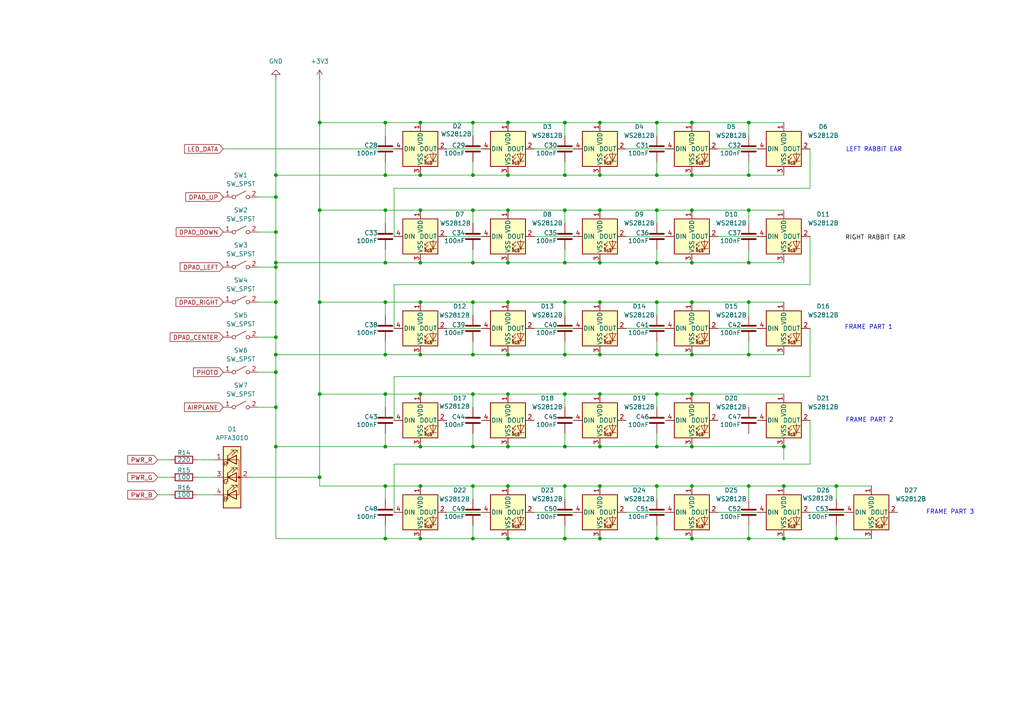
<source format=kicad_sch>
(kicad_sch (version 20250114) (generator "eeschema") (generator_version "9.0")
  (paper "A4")
  (title_block (title "Switches and LEDs") (date "2026-02-09") (rev "0.1") (company "HRV DEFCON SSTV Badge"))
  (lib_symbols
    (symbol "Device:C" (pin_numbers (hide yes)) (pin_names (offset 0.254))
      (property "Reference" "C" (at 0.635 2.54 0))
      (property "Value" "C" (at 0.635 -2.54 0))
      (symbol "C_0_1"
        (polyline (pts (xy -2.032 0.762) (xy 2.032 0.762)) (stroke (width 0.508)))
        (polyline (pts (xy -2.032 -0.762) (xy 2.032 -0.762)) (stroke (width 0.508)))
      )
      (symbol "C_1_1"
        (pin passive line (at 0 3.81 270) (length 2.794) (name "~") (number "1"))
        (pin passive line (at 0 -3.81 90) (length 2.794) (name "~") (number "2"))
      )
    )
    (symbol "Device:R" (pin_numbers (hide yes)) (pin_names (offset 0))
      (property "Reference" "R" (at 2.032 0 90))
      (property "Value" "R" (at 0 0 90))
      (symbol "R_0_1"
        (rectangle (start -1.016 -2.54) (end 1.016 2.54) (stroke (width 0.254)))
      )
      (symbol "R_1_1"
        (pin passive line (at 0 3.81 270) (length 1.27) (name "~") (number "1"))
        (pin passive line (at 0 -3.81 90) (length 1.27) (name "~") (number "2"))
      )
    )
    (symbol "LED:APFA3010" (pin_names (offset 0) (hide yes))
      (property "Reference" "D" (at 0 10.16 0))
      (property "Value" "APFA3010" (at 0 -10.16 0))
      (symbol "APFA3010_0_0"
        (text "R" (at -1.905 3.81 0) (effects (font (size 1.27 1.27))))
        (text "G" (at -1.905 -1.27 0) (effects (font (size 1.27 1.27))))
        (text "B" (at -1.905 -6.35 0) (effects (font (size 1.27 1.27))))
      )
      (symbol "APFA3010_0_1"
        (polyline (pts (xy -2.54 -5.08) (xy 1.27 -5.08)))
        (rectangle (start -2.54 -8.89) (end 2.54 8.89) (stroke (width 0.254)) (fill (type background)))
        (polyline (pts (xy -1.27 6.35) (xy -1.27 3.81)) (stroke (width 0.254)))
        (polyline (pts (xy -1.27 1.27) (xy -1.27 -1.27)) (stroke (width 0.254)))
        (polyline (pts (xy -1.27 -3.81) (xy -1.27 -6.35)) (stroke (width 0.254)))
        (polyline (pts (xy -1.016 6.35) (xy 0.508 7.874) (xy -0.254 7.874) (xy 0.508 7.874) (xy 0.508 7.112)))
        (polyline (pts (xy -1.016 1.27) (xy 0.508 2.794) (xy -0.254 2.794) (xy 0.508 2.794) (xy 0.508 2.032)))
        (polyline (pts (xy -1.016 -3.81) (xy 0.508 -2.286) (xy -0.254 -2.286) (xy 0.508 -2.286) (xy 0.508 -3.048)))
        (polyline (pts (xy 0 6.35) (xy 1.524 7.874) (xy 0.762 7.874) (xy 1.524 7.874) (xy 1.524 7.112)))
        (polyline (pts (xy 0 1.27) (xy 1.524 2.794) (xy 0.762 2.794) (xy 1.524 2.794) (xy 1.524 2.032)))
        (polyline (pts (xy 0 -3.81) (xy 1.524 -2.286) (xy 0.762 -2.286) (xy 1.524 -2.286) (xy 1.524 -3.048)))
        (polyline (pts (xy 1.27 6.35) (xy 1.27 3.81) (xy -1.27 5.08) (xy 1.27 6.35)) (stroke (width 0.254)))
        (rectangle (start 1.27 6.35) (end 1.27 6.35))
        (polyline (pts (xy 1.27 5.08) (xy -2.54 5.08)))
        (polyline (pts (xy 1.27 1.27) (xy 1.27 -1.27) (xy -1.27 0) (xy 1.27 1.27)) (stroke (width 0.254)))
        (polyline (pts (xy 1.27 -3.81) (xy 1.27 -6.35) (xy -1.27 -5.08) (xy 1.27 -3.81)) (stroke (width 0.254)))
        (polyline (pts (xy 1.27 -5.08) (xy 2.032 -5.08) (xy 2.032 5.08) (xy 1.27 5.08)))
        (circle (center 2.032 0) (radius 0.254) (fill (type outline)))
        (polyline (pts (xy 2.54 0) (xy -2.54 0)))
      )
      (symbol "APFA3010_1_1"
        (pin input line (at -5.08 5.08 0) (length 2.54) (name "R") (number "1"))
        (pin input line (at -5.08 0 0) (length 2.54) (name "G") (number "3"))
        (pin input line (at -5.08 -5.08 0) (length 2.54) (name "B") (number "4"))
        (pin power_in line (at 5.08 0 180) (length 2.54) (name "A") (number "2"))
      )
    )
    (symbol "LED:WS2812B" (pin_names (offset 0.254))
      (property "Reference" "D" (at 5.08 5.715 0))
      (property "Value" "WS2812B" (at 1.27 -5.715 0))
      (symbol "WS2812B_0_0"
        (text "RGB" (at 2.286 -4.191 0) (effects (font (size 0.762 0.762))))
      )
      (symbol "WS2812B_0_1"
        (polyline (pts (xy 1.27 -2.54) (xy 1.778 -2.54)))
        (polyline (pts (xy 1.27 -3.556) (xy 1.778 -3.556)))
        (polyline (pts (xy 2.286 -1.524) (xy 1.27 -2.54) (xy 1.27 -2.032)))
        (polyline (pts (xy 2.286 -2.54) (xy 1.27 -3.556) (xy 1.27 -3.048)))
        (polyline (pts (xy 3.683 -1.016) (xy 3.683 -3.556) (xy 3.683 -4.064)))
        (polyline (pts (xy 4.699 -1.524) (xy 2.667 -1.524) (xy 3.683 -3.556) (xy 4.699 -1.524)))
        (polyline (pts (xy 4.699 -3.556) (xy 2.667 -3.556)))
        (rectangle (start 5.08 5.08) (end -5.08 -5.08) (stroke (width 0.254)) (fill (type background)))
      )
      (symbol "WS2812B_1_1"
        (pin input line (at -7.62 0 0) (length 2.54) (name "DIN") (number "4"))
        (pin power_in line (at 0 7.62 270) (length 2.54) (name "VDD") (number "1"))
        (pin power_in line (at 0 -7.62 90) (length 2.54) (name "VSS") (number "3"))
        (pin output line (at 7.62 0 180) (length 2.54) (name "DOUT") (number "2"))
      )
    )
    (symbol "Switch:SW_SPST" (pin_names (offset 0) (hide yes))
      (property "Reference" "SW" (at 0 3.175 0))
      (property "Value" "SW_SPST" (at 0 -2.54 0))
      (symbol "SW_SPST_0_0"
        (circle (center -2.032 0) (radius 0.508))
        (polyline (pts (xy -1.524 0.254) (xy 1.524 1.778)))
        (circle (center 2.032 0) (radius 0.508))
      )
      (symbol "SW_SPST_1_1"
        (pin passive line (at -5.08 0 0) (length 2.54) (name "A") (number "1"))
        (pin passive line (at 5.08 0 180) (length 2.54) (name "B") (number "2"))
      )
    )
    (symbol "power:+3V3" (power) (pin_numbers (hide yes)) (pin_names (offset 0) (hide yes))
      (property "Value" "+3V3" (at 0 3.556 0))
      (symbol "+3V3_0_1"
        (polyline (pts (xy -0.762 1.27) (xy 0 2.54)))
        (polyline (pts (xy 0 2.54) (xy 0.762 1.27)))
        (polyline (pts (xy 0 0) (xy 0 2.54)))
      )
      (symbol "+3V3_1_1"
        (pin power_in line (at 0 0 90) (length 0) (name "~") (number "1"))
      )
    )
    (symbol "power:GND" (power) (pin_numbers (hide yes)) (pin_names (offset 0) (hide yes))
      (property "Value" "GND" (at 0 -3.81 0))
      (symbol "GND_0_1"
        (polyline (pts (xy 0 0) (xy 0 -1.27) (xy 1.27 -1.27) (xy 0 -2.54) (xy -1.27 -1.27) (xy 0 -1.27)))
      )
      (symbol "GND_1_1"
        (pin power_in line (at 0 0 270) (length 0) (name "~") (number "1"))
      )
    )
  )
  (text "FRAME PART 2\n" (at 252.222 121.92 0) (effects (font (size 1.27 1.27))))
  (text "FRAME PART 3" (at 275.59 148.59 0) (effects (font (size 1.27 1.27))))
  (text "LEFT RABBIT EAR" (at 253.492 43.434 0) (effects (font (size 1.27 1.27))))
  (text "FRAME PART 1" (at 251.968 94.996 0) (effects (font (size 1.27 1.27))))
  (junction (at 92.71 60.96))
  (junction (at 190.5 140.97))
  (junction (at 200.66 76.2))
  (junction (at 111.76 60.96))
  (junction (at 147.32 76.2))
  (junction (at 80.01 67.31))
  (junction (at 217.17 140.97))
  (junction (at 147.32 87.63))
  (junction (at 80.01 77.47))
  (junction (at 227.33 156.21))
  (junction (at 137.16 60.96))
  (junction (at 121.92 114.3))
  (junction (at 200.66 50.8))
  (junction (at 137.16 114.3))
  (junction (at 163.83 87.63))
  (junction (at 200.66 60.96))
  (junction (at 80.01 87.63))
  (junction (at 217.17 60.96))
  (junction (at 227.33 140.97))
  (junction (at 147.32 114.3))
  (junction (at 173.99 87.63))
  (junction (at 163.83 50.8))
  (junction (at 121.92 129.54))
  (junction (at 173.99 102.87))
  (junction (at 137.16 129.54))
  (junction (at 173.99 60.96))
  (junction (at 190.5 129.54))
  (junction (at 147.32 102.87))
  (junction (at 173.99 140.97))
  (junction (at 163.83 140.97))
  (junction (at 163.83 129.54))
  (junction (at 227.33 129.54))
  (junction (at 111.76 35.56))
  (junction (at 92.71 35.56))
  (junction (at 80.01 107.95))
  (junction (at 80.01 102.87))
  (junction (at 121.92 35.56))
  (junction (at 217.17 76.2))
  (junction (at 121.92 156.21))
  (junction (at 173.99 129.54))
  (junction (at 163.83 76.2))
  (junction (at 137.16 102.87))
  (junction (at 173.99 50.8))
  (junction (at 173.99 114.3))
  (junction (at 147.32 129.54))
  (junction (at 111.76 114.3))
  (junction (at 200.66 140.97))
  (junction (at 200.66 129.54))
  (junction (at 163.83 114.3))
  (junction (at 121.92 50.8))
  (junction (at 80.01 76.2))
  (junction (at 137.16 35.56))
  (junction (at 147.32 156.21))
  (junction (at 242.57 140.97))
  (junction (at 111.76 156.21))
  (junction (at 121.92 140.97))
  (junction (at 190.5 35.56))
  (junction (at 190.5 87.63))
  (junction (at 137.16 87.63))
  (junction (at 200.66 114.3))
  (junction (at 190.5 50.8))
  (junction (at 173.99 35.56))
  (junction (at 200.66 35.56))
  (junction (at 190.5 60.96))
  (junction (at 111.76 76.2))
  (junction (at 200.66 156.21))
  (junction (at 147.32 60.96))
  (junction (at 92.71 87.63))
  (junction (at 137.16 156.21))
  (junction (at 147.32 50.8))
  (junction (at 190.5 156.21))
  (junction (at 190.5 102.87))
  (junction (at 163.83 35.56))
  (junction (at 111.76 140.97))
  (junction (at 80.01 50.8))
  (junction (at 190.5 114.3))
  (junction (at 217.17 35.56))
  (junction (at 111.76 87.63))
  (junction (at 111.76 129.54))
  (junction (at 92.71 138.43))
  (junction (at 217.17 102.87))
  (junction (at 147.32 35.56))
  (junction (at 121.92 60.96))
  (junction (at 163.83 156.21))
  (junction (at 121.92 76.2))
  (junction (at 80.01 118.11))
  (junction (at 173.99 76.2))
  (junction (at 200.66 87.63))
  (junction (at 80.01 97.79))
  (junction (at 217.17 50.8))
  (junction (at 137.16 76.2))
  (junction (at 200.66 102.87))
  (junction (at 163.83 60.96))
  (junction (at 173.99 156.21))
  (junction (at 137.16 140.97))
  (junction (at 111.76 102.87))
  (junction (at 111.76 50.8))
  (junction (at 137.16 50.8))
  (junction (at 80.01 57.15))
  (junction (at 80.01 129.54))
  (junction (at 217.17 87.63))
  (junction (at 163.83 102.87))
  (junction (at 190.5 76.2))
  (junction (at 147.32 140.97))
  (junction (at 242.57 156.21))
  (junction (at 121.92 102.87))
  (junction (at 217.17 156.21))
  (junction (at 121.92 87.63))
  (junction (at 92.71 114.3))
  (wire (pts (xy 80.01 50.8) (xy 111.76 50.8)))
  (wire (pts (xy 154.94 95.25) (xy 166.37 95.25)))
  (wire (pts (xy 111.76 102.87) (xy 121.92 102.87)))
  (wire (pts (xy 74.93 97.79) (xy 80.01 97.79)))
  (wire (pts (xy 121.92 114.3) (xy 137.16 114.3)))
  (wire (pts (xy 234.95 68.58) (xy 234.95 82.55)))
  (wire (pts (xy 137.16 35.56) (xy 137.16 39.37)))
  (wire (pts (xy 129.54 148.59) (xy 139.7 148.59)))
  (wire (pts (xy 217.17 50.8) (xy 227.33 50.8)))
  (wire (pts (xy 80.01 107.95) (xy 80.01 118.11)))
  (wire (pts (xy 163.83 60.96) (xy 163.83 64.77)))
  (wire (pts (xy 114.3 134.62) (xy 234.95 134.62)))
  (wire (pts (xy 190.5 46.99) (xy 190.5 50.8)))
  (wire (pts (xy 80.01 50.8) (xy 80.01 57.15)))
  (wire (pts (xy 163.83 140.97) (xy 163.83 144.78)))
  (wire (pts (xy 80.01 97.79) (xy 80.01 102.87)))
  (wire (pts (xy 137.16 125.73) (xy 137.16 129.54)))
  (wire (pts (xy 190.5 102.87) (xy 200.66 102.87)))
  (wire (pts (xy 111.76 152.4) (xy 111.76 156.21)))
  (wire (pts (xy 173.99 87.63) (xy 163.83 87.63)))
  (wire (pts (xy 111.76 35.56) (xy 121.92 35.56)))
  (wire (pts (xy 190.5 35.56) (xy 200.66 35.56)))
  (wire (pts (xy 200.66 50.8) (xy 217.17 50.8)))
  (wire (pts (xy 163.83 35.56) (xy 173.99 35.56)))
  (wire (pts (xy 200.66 129.54) (xy 190.5 129.54)))
  (wire (pts (xy 190.5 76.2) (xy 173.99 76.2)))
  (wire (pts (xy 227.33 76.2) (xy 217.17 76.2)))
  (wire (pts (xy 190.5 87.63) (xy 190.5 91.44)))
  (wire (pts (xy 217.17 35.56) (xy 227.33 35.56)))
  (wire (pts (xy 190.5 72.39) (xy 190.5 76.2)))
  (wire (pts (xy 137.16 87.63) (xy 137.16 91.44)))
  (wire (pts (xy 173.99 35.56) (xy 190.5 35.56)))
  (wire (pts (xy 234.95 121.92) (xy 234.95 134.62)))
  (wire (pts (xy 242.57 152.4) (xy 242.57 156.21)))
  (wire (pts (xy 173.99 140.97) (xy 190.5 140.97)))
  (wire (pts (xy 111.76 140.97) (xy 111.76 144.78)))
  (wire (pts (xy 114.3 54.61) (xy 234.95 54.61)))
  (wire (pts (xy 147.32 76.2) (xy 137.16 76.2)))
  (wire (pts (xy 121.92 102.87) (xy 137.16 102.87)))
  (wire (pts (xy 137.16 35.56) (xy 147.32 35.56)))
  (wire (pts (xy 200.66 114.3) (xy 227.33 114.3)))
  (wire (pts (xy 200.66 76.2) (xy 190.5 76.2)))
  (wire (pts (xy 80.01 118.11) (xy 74.93 118.11)))
  (wire (pts (xy 163.83 46.99) (xy 163.83 50.8)))
  (wire (pts (xy 163.83 87.63) (xy 147.32 87.63)))
  (wire (pts (xy 111.76 72.39) (xy 111.76 76.2)))
  (wire (pts (xy 242.57 156.21) (xy 252.73 156.21)))
  (wire (pts (xy 163.83 140.97) (xy 173.99 140.97)))
  (wire (pts (xy 137.16 152.4) (xy 137.16 156.21)))
  (wire (pts (xy 137.16 140.97) (xy 137.16 144.78)))
  (wire (pts (xy 57.15 143.51) (xy 62.23 143.51)))
  (wire (pts (xy 114.3 54.61) (xy 114.3 68.58)))
  (wire (pts (xy 80.01 87.63) (xy 80.01 97.79)))
  (wire (pts (xy 147.32 60.96) (xy 163.83 60.96)))
  (wire (pts (xy 121.92 129.54) (xy 111.76 129.54)))
  (wire (pts (xy 200.66 156.21) (xy 217.17 156.21)))
  (wire (pts (xy 137.16 156.21) (xy 121.92 156.21)))
  (wire (pts (xy 217.17 87.63) (xy 200.66 87.63)))
  (wire (pts (xy 163.83 129.54) (xy 147.32 129.54)))
  (wire (pts (xy 190.5 125.73) (xy 190.5 129.54)))
  (wire (pts (xy 137.16 114.3) (xy 137.16 118.11)))
  (wire (pts (xy 147.32 129.54) (xy 137.16 129.54)))
  (wire (pts (xy 154.94 148.59) (xy 166.37 148.59)))
  (wire (pts (xy 137.16 102.87) (xy 147.32 102.87)))
  (wire (pts (xy 74.93 77.47) (xy 80.01 77.47)))
  (wire (pts (xy 217.17 140.97) (xy 227.33 140.97)))
  (wire (pts (xy 147.32 156.21) (xy 137.16 156.21)))
  (wire (pts (xy 190.5 156.21) (xy 173.99 156.21)))
  (wire (pts (xy 227.33 156.21) (xy 242.57 156.21)))
  (wire (pts (xy 114.3 134.62) (xy 114.3 148.59)))
  (wire (pts (xy 114.3 109.22) (xy 234.95 109.22)))
  (wire (pts (xy 92.71 35.56) (xy 111.76 35.56)))
  (wire (pts (xy 163.83 76.2) (xy 147.32 76.2)))
  (wire (pts (xy 92.71 114.3) (xy 111.76 114.3)))
  (wire (pts (xy 217.17 76.2) (xy 200.66 76.2)))
  (wire (pts (xy 154.94 43.18) (xy 166.37 43.18)))
  (wire (pts (xy 208.28 148.59) (xy 219.71 148.59)))
  (wire (pts (xy 217.17 156.21) (xy 227.33 156.21)))
  (wire (pts (xy 80.01 22.86) (xy 80.01 50.8)))
  (wire (pts (xy 208.28 95.25) (xy 219.71 95.25)))
  (wire (pts (xy 92.71 140.97) (xy 92.71 138.43)))
  (wire (pts (xy 242.57 140.97) (xy 252.73 140.97)))
  (wire (pts (xy 111.76 50.8) (xy 121.92 50.8)))
  (wire (pts (xy 173.99 76.2) (xy 163.83 76.2)))
  (wire (pts (xy 163.83 125.73) (xy 163.83 129.54)))
  (wire (pts (xy 121.92 60.96) (xy 137.16 60.96)))
  (wire (pts (xy 137.16 87.63) (xy 121.92 87.63)))
  (wire (pts (xy 163.83 60.96) (xy 173.99 60.96)))
  (wire (pts (xy 111.76 129.54) (xy 80.01 129.54)))
  (wire (pts (xy 64.77 43.18) (xy 114.3 43.18)))
  (wire (pts (xy 190.5 152.4) (xy 190.5 156.21)))
  (wire (pts (xy 163.83 72.39) (xy 163.83 76.2)))
  (wire (pts (xy 234.95 95.25) (xy 234.95 109.22)))
  (wire (pts (xy 57.15 138.43) (xy 62.23 138.43)))
  (wire (pts (xy 208.28 68.58) (xy 219.71 68.58)))
  (wire (pts (xy 147.32 140.97) (xy 163.83 140.97)))
  (wire (pts (xy 114.3 121.92) (xy 114.3 109.22)))
  (wire (pts (xy 181.61 68.58) (xy 193.04 68.58)))
  (wire (pts (xy 200.66 156.21) (xy 190.5 156.21)))
  (wire (pts (xy 190.5 140.97) (xy 190.5 144.78)))
  (wire (pts (xy 217.17 152.4) (xy 217.17 156.21)))
  (wire (pts (xy 129.54 95.25) (xy 139.7 95.25)))
  (wire (pts (xy 92.71 60.96) (xy 92.71 87.63)))
  (wire (pts (xy 217.17 72.39) (xy 217.17 76.2)))
  (wire (pts (xy 190.5 140.97) (xy 200.66 140.97)))
  (wire (pts (xy 121.92 156.21) (xy 111.76 156.21)))
  (wire (pts (xy 217.17 35.56) (xy 217.17 39.37)))
  (wire (pts (xy 200.66 60.96) (xy 217.17 60.96)))
  (wire (pts (xy 227.33 87.63) (xy 217.17 87.63)))
  (wire (pts (xy 137.16 46.99) (xy 137.16 50.8)))
  (wire (pts (xy 200.66 35.56) (xy 217.17 35.56)))
  (wire (pts (xy 74.93 57.15) (xy 80.01 57.15)))
  (wire (pts (xy 190.5 35.56) (xy 190.5 39.37)))
  (wire (pts (xy 121.92 140.97) (xy 137.16 140.97)))
  (wire (pts (xy 111.76 76.2) (xy 80.01 76.2)))
  (wire (pts (xy 111.76 125.73) (xy 111.76 129.54)))
  (wire (pts (xy 190.5 114.3) (xy 200.66 114.3)))
  (wire (pts (xy 227.33 140.97) (xy 242.57 140.97)))
  (wire (pts (xy 217.17 102.87) (xy 227.33 102.87)))
  (wire (pts (xy 92.71 140.97) (xy 111.76 140.97)))
  (wire (pts (xy 181.61 148.59) (xy 193.04 148.59)))
  (wire (pts (xy 137.16 114.3) (xy 147.32 114.3)))
  (wire (pts (xy 137.16 60.96) (xy 147.32 60.96)))
  (wire (pts (xy 163.83 102.87) (xy 173.99 102.87)))
  (wire (pts (xy 137.16 50.8) (xy 147.32 50.8)))
  (wire (pts (xy 121.92 76.2) (xy 111.76 76.2)))
  (wire (pts (xy 147.32 35.56) (xy 163.83 35.56)))
  (wire (pts (xy 208.28 43.18) (xy 219.71 43.18)))
  (wire (pts (xy 137.16 140.97) (xy 147.32 140.97)))
  (wire (pts (xy 190.5 114.3) (xy 190.5 118.11)))
  (wire (pts (xy 173.99 102.87) (xy 190.5 102.87)))
  (wire (pts (xy 111.76 114.3) (xy 111.76 118.11)))
  (wire (pts (xy 92.71 87.63) (xy 92.71 114.3)))
  (wire (pts (xy 111.76 60.96) (xy 121.92 60.96)))
  (wire (pts (xy 111.76 35.56) (xy 111.76 39.37)))
  (wire (pts (xy 121.92 35.56) (xy 137.16 35.56)))
  (wire (pts (xy 190.5 60.96) (xy 200.66 60.96)))
  (wire (pts (xy 217.17 60.96) (xy 227.33 60.96)))
  (wire (pts (xy 137.16 60.96) (xy 137.16 64.77)))
  (wire (pts (xy 163.83 152.4) (xy 163.83 156.21)))
  (wire (pts (xy 92.71 22.86) (xy 92.71 35.56)))
  (wire (pts (xy 137.16 76.2) (xy 121.92 76.2)))
  (wire (pts (xy 147.32 102.87) (xy 163.83 102.87)))
  (wire (pts (xy 111.76 99.06) (xy 111.76 102.87)))
  (wire (pts (xy 163.83 156.21) (xy 147.32 156.21)))
  (wire (pts (xy 200.66 102.87) (xy 217.17 102.87)))
  (wire (pts (xy 114.3 82.55) (xy 114.3 95.25)))
  (wire (pts (xy 147.32 50.8) (xy 163.83 50.8)))
  (wire (pts (xy 154.94 68.58) (xy 166.37 68.58)))
  (wire (pts (xy 45.72 143.51) (xy 49.53 143.51)))
  (wire (pts (xy 137.16 99.06) (xy 137.16 102.87)))
  (wire (pts (xy 217.17 140.97) (xy 217.17 144.78)))
  (wire (pts (xy 190.5 99.06) (xy 190.5 102.87)))
  (wire (pts (xy 190.5 87.63) (xy 173.99 87.63)))
  (wire (pts (xy 80.01 102.87) (xy 111.76 102.87)))
  (wire (pts (xy 80.01 67.31) (xy 80.01 76.2)))
  (wire (pts (xy 163.83 114.3) (xy 173.99 114.3)))
  (wire (pts (xy 111.76 60.96) (xy 111.76 64.77)))
  (wire (pts (xy 137.16 129.54) (xy 121.92 129.54)))
  (wire (pts (xy 147.32 114.3) (xy 163.83 114.3)))
  (wire (pts (xy 92.71 35.56) (xy 92.71 60.96)))
  (wire (pts (xy 217.17 87.63) (xy 217.17 91.44)))
  (wire (pts (xy 80.01 77.47) (xy 80.01 87.63)))
  (wire (pts (xy 121.92 50.8) (xy 137.16 50.8)))
  (wire (pts (xy 163.83 99.06) (xy 163.83 102.87)))
  (wire (pts (xy 173.99 60.96) (xy 190.5 60.96)))
  (wire (pts (xy 45.72 133.35) (xy 49.53 133.35)))
  (wire (pts (xy 129.54 43.18) (xy 139.7 43.18)))
  (wire (pts (xy 234.95 43.18) (xy 234.95 54.61)))
  (wire (pts (xy 80.01 129.54) (xy 80.01 118.11)))
  (wire (pts (xy 92.71 138.43) (xy 72.39 138.43)))
  (wire (pts (xy 129.54 68.58) (xy 139.7 68.58)))
  (wire (pts (xy 92.71 60.96) (xy 111.76 60.96)))
  (wire (pts (xy 111.76 46.99) (xy 111.76 50.8)))
  (wire (pts (xy 163.83 87.63) (xy 163.83 91.44)))
  (wire (pts (xy 57.15 133.35) (xy 62.23 133.35)))
  (wire (pts (xy 80.01 102.87) (xy 80.01 107.95)))
  (wire (pts (xy 190.5 60.96) (xy 190.5 64.77)))
  (wire (pts (xy 190.5 50.8) (xy 200.66 50.8)))
  (wire (pts (xy 74.93 107.95) (xy 80.01 107.95)))
  (wire (pts (xy 80.01 57.15) (xy 80.01 67.31)))
  (wire (pts (xy 173.99 129.54) (xy 163.83 129.54)))
  (wire (pts (xy 227.33 129.54) (xy 200.66 129.54)))
  (wire (pts (xy 190.5 129.54) (xy 173.99 129.54)))
  (wire (pts (xy 80.01 156.21) (xy 80.01 129.54)))
  (wire (pts (xy 242.57 140.97) (xy 242.57 144.78)))
  (wire (pts (xy 227.33 129.54) (xy 227.33 133.35)))
  (wire (pts (xy 121.92 87.63) (xy 111.76 87.63)))
  (wire (pts (xy 200.66 140.97) (xy 217.17 140.97)))
  (wire (pts (xy 147.32 87.63) (xy 137.16 87.63)))
  (wire (pts (xy 74.93 67.31) (xy 80.01 67.31)))
  (wire (pts (xy 80.01 76.2) (xy 80.01 77.47)))
  (wire (pts (xy 217.17 46.99) (xy 217.17 50.8)))
  (wire (pts (xy 163.83 35.56) (xy 163.83 39.37)))
  (wire (pts (xy 173.99 114.3) (xy 190.5 114.3)))
  (wire (pts (xy 92.71 114.3) (xy 92.71 138.43)))
  (wire (pts (xy 234.95 148.59) (xy 245.11 148.59)))
  (wire (pts (xy 111.76 156.21) (xy 80.01 156.21)))
  (wire (pts (xy 217.17 60.96) (xy 217.17 64.77)))
  (wire (pts (xy 181.61 43.18) (xy 193.04 43.18)))
  (wire (pts (xy 74.93 87.63) (xy 80.01 87.63)))
  (wire (pts (xy 114.3 82.55) (xy 234.95 82.55)))
  (wire (pts (xy 173.99 50.8) (xy 190.5 50.8)))
  (wire (pts (xy 111.76 87.63) (xy 111.76 91.44)))
  (wire (pts (xy 163.83 50.8) (xy 173.99 50.8)))
  (wire (pts (xy 217.17 99.06) (xy 217.17 102.87)))
  (wire (pts (xy 163.83 114.3) (xy 163.83 118.11)))
  (wire (pts (xy 173.99 156.21) (xy 163.83 156.21)))
  (wire (pts (xy 111.76 114.3) (xy 121.92 114.3)))
  (wire (pts (xy 45.72 138.43) (xy 49.53 138.43)))
  (wire (pts (xy 137.16 72.39) (xy 137.16 76.2)))
  (wire (pts (xy 200.66 87.63) (xy 190.5 87.63)))
  (wire (pts (xy 111.76 140.97) (xy 121.92 140.97)))
  (wire (pts (xy 181.61 95.25) (xy 193.04 95.25)))
  (wire (pts (xy 111.76 87.63) (xy 92.71 87.63)))
  (label "RIGHT RABBIT EAR" (at 245.11 69.85 0))
  (global_label "AIRPLANE" (shape input) (at 64.77 118.11 180) (property "Intersheetrefs" "${INTERSHEET_REFS}" (effects (hide yes))))
  (global_label "DPAD_CENTER" (shape input) (at 64.77 97.79 180) (property "Intersheetrefs" "${INTERSHEET_REFS}" (effects (hide yes))))
  (global_label "DPAD_UP" (shape input) (at 64.77 57.15 180) (property "Intersheetrefs" "${INTERSHEET_REFS}" (effects (hide yes))))
  (global_label "LED_DATA" (shape input) (at 64.77 43.18 180) (property "Intersheetrefs" "${INTERSHEET_REFS}" (effects (hide yes))))
  (global_label "PWR_B" (shape input) (at 45.72 143.51 180) (property "Intersheetrefs" "${INTERSHEET_REFS}" (effects (hide yes))))
  (global_label "PWR_G" (shape input) (at 45.72 138.43 180) (property "Intersheetrefs" "${INTERSHEET_REFS}" (effects (hide yes))))
  (global_label "DPAD_RIGHT" (shape input) (at 64.77 87.63 180) (property "Intersheetrefs" "${INTERSHEET_REFS}" (effects (hide yes))))
  (global_label "DPAD_LEFT" (shape input) (at 64.77 77.47 180) (property "Intersheetrefs" "${INTERSHEET_REFS}" (effects (hide yes))))
  (global_label "DPAD_DOWN" (shape input) (at 64.77 67.31 180) (property "Intersheetrefs" "${INTERSHEET_REFS}" (effects (hide yes))))
  (global_label "PHOTO" (shape input) (at 64.77 107.95 180) (property "Intersheetrefs" "${INTERSHEET_REFS}" (effects (hide yes))))
  (global_label "PWR_R" (shape input) (at 45.72 133.35 180) (property "Intersheetrefs" "${INTERSHEET_REFS}" (effects (hide yes))))
  (symbol (lib_id "LED:WS2812B") (at 173.99 43.18 0) (unit 1)
    (property "Reference" "D4" (at 185.42 36.7598 0))
    (property "Value" "WS2812B" (at 185.42 39.2998 0))
    (property "Footprint" "LED_SMD:LED_WS2812B_PLCC4_5.0x5.0mm_P3.2mm" (effects (hide yes)))
    (property "Datasheet" "https://cdn-shop.adafruit.com/datasheets/WS2812B.pdf" (effects (hide yes)))
    (property "Description" "RGB LED with integrated controller" (effects (hide yes)))
  )
  (symbol (lib_id "LED:WS2812B") (at 121.92 95.25 0) (unit 1)
    (property "Reference" "D12" (at 133.35 88.8298 0))
    (property "Value" "WS2812B" (at 131.826 91.44 0))
    (property "Footprint" "LED_SMD:LED_WS2812B_PLCC4_5.0x5.0mm_P3.2mm" (effects (hide yes)))
    (property "Datasheet" "https://cdn-shop.adafruit.com/datasheets/WS2812B.pdf" (effects (hide yes)))
    (property "Description" "RGB LED with integrated controller" (effects (hide yes)))
  )
  (symbol (lib_id "Device:R") (at 53.34 133.35 270) (unit 1)
    (property "Reference" "R14" (at 53.34 131.318 90))
    (property "Value" "220" (at 53.34 133.35 90))
    (property "Description" "Resistor" (effects (hide yes)))
  )
  (symbol (lib_id "Device:C") (at 137.16 148.59 0) (unit 1)
    (property "Reference" "C49" (at 131.064 147.574 0) (effects (justify left)))
    (property "Value" "100nF" (at 128.778 149.86 0) (effects (justify left)))
    (property "Description" "Unpolarized capacitor" (effects (hide yes)))
  )
  (symbol (lib_id "LED:WS2812B") (at 121.92 43.18 0) (unit 1)
    (property "Reference" "D2" (at 132.588 36.576 0))
    (property "Value" "WS2812B" (at 132.334 38.862 0))
    (property "Footprint" "LED_SMD:LED_WS2812B_PLCC4_5.0x5.0mm_P3.2mm" (effects (hide yes)))
    (property "Datasheet" "https://cdn-shop.adafruit.com/datasheets/WS2812B.pdf" (effects (hide yes)))
    (property "Description" "RGB LED with integrated controller" (effects (hide yes)))
  )
  (symbol (lib_id "Device:C") (at 190.5 121.92 0) (unit 1)
    (property "Reference" "C46" (at 184.404 120.904 0) (effects (justify left)))
    (property "Value" "100nF" (at 182.118 123.19 0) (effects (justify left)))
    (property "Description" "Unpolarized capacitor" (effects (hide yes)))
  )
  (symbol (lib_id "Switch:SW_SPST") (at 69.85 118.11 0) (unit 1)
    (property "Reference" "SW7" (at 69.85 111.76 0))
    (property "Value" "SW_SPST" (at 69.85 114.3 0))
    (property "Description" "Single Pole Single Throw (SPST) switch" (effects (hide yes)))
  )
  (symbol (lib_id "Device:C") (at 190.5 43.18 0) (unit 1)
    (property "Reference" "C31" (at 184.404 42.164 0) (effects (justify left)))
    (property "Value" "100nF" (at 182.118 44.45 0) (effects (justify left)))
    (property "Description" "Unpolarized capacitor" (effects (hide yes)))
  )
  (symbol (lib_id "LED:WS2812B") (at 173.99 121.92 0) (unit 1)
    (property "Reference" "D19" (at 185.42 115.4998 0))
    (property "Value" "WS2812B" (at 185.42 118.0398 0))
    (property "Footprint" "LED_SMD:LED_WS2812B_PLCC4_5.0x5.0mm_P3.2mm" (effects (hide yes)))
    (property "Datasheet" "https://cdn-shop.adafruit.com/datasheets/WS2812B.pdf" (effects (hide yes)))
    (property "Description" "RGB LED with integrated controller" (effects (hide yes)))
  )
  (symbol (lib_id "Device:C") (at 163.83 95.25 0) (unit 1)
    (property "Reference" "C40" (at 157.734 94.234 0) (effects (justify left)))
    (property "Value" "100nF" (at 155.448 96.52 0) (effects (justify left)))
    (property "Description" "Unpolarized capacitor" (effects (hide yes)))
  )
  (symbol (lib_id "LED:WS2812B") (at 121.92 68.58 0) (unit 1)
    (property "Reference" "D7" (at 133.35 62.1598 0))
    (property "Value" "WS2812B" (at 132.08 64.77 0))
    (property "Footprint" "LED_SMD:LED_WS2812B_PLCC4_5.0x5.0mm_P3.2mm" (effects (hide yes)))
    (property "Datasheet" "https://cdn-shop.adafruit.com/datasheets/WS2812B.pdf" (effects (hide yes)))
    (property "Description" "RGB LED with integrated controller" (effects (hide yes)))
  )
  (symbol (lib_id "Device:C") (at 111.76 43.18 0) (unit 1)
    (property "Reference" "C28" (at 105.664 42.164 0) (effects (justify left)))
    (property "Value" "100nF" (at 103.378 44.45 0) (effects (justify left)))
    (property "Description" "Unpolarized capacitor" (effects (hide yes)))
  )
  (symbol (lib_id "LED:WS2812B") (at 227.33 121.92 0) (unit 1)
    (property "Reference" "D21" (at 238.76 115.4998 0))
    (property "Value" "WS2812B" (at 238.76 118.0398 0))
    (property "Footprint" "LED_SMD:LED_WS2812B_PLCC4_5.0x5.0mm_P3.2mm" (effects (hide yes)))
    (property "Datasheet" "https://cdn-shop.adafruit.com/datasheets/WS2812B.pdf" (effects (hide yes)))
    (property "Description" "RGB LED with integrated controller" (effects (hide yes)))
  )
  (symbol (lib_id "Device:C") (at 190.5 148.59 0) (unit 1)
    (property "Reference" "C51" (at 184.404 147.574 0) (effects (justify left)))
    (property "Value" "100nF" (at 182.118 149.86 0) (effects (justify left)))
    (property "Description" "Unpolarized capacitor" (effects (hide yes)))
  )
  (symbol (lib_id "Device:C") (at 217.17 68.58 0) (unit 1)
    (property "Reference" "C37" (at 211.074 67.564 0) (effects (justify left)))
    (property "Value" "100nF" (at 208.788 69.85 0) (effects (justify left)))
    (property "Description" "Unpolarized capacitor" (effects (hide yes)))
  )
  (symbol (lib_id "power:+3V3") (at 92.71 22.86 0) (unit 1)
    (property "Reference" "#PWR010" (effects (hide yes)))
    (property "Value" "+3V3" (at 92.71 17.78 0))
    (property "Description" "Power symbol creates a global label with name \"+3V3\"" (effects (hide yes)))
  )
  (symbol (lib_id "LED:WS2812B") (at 147.32 148.59 0) (unit 1)
    (property "Reference" "D23" (at 158.75 142.1698 0))
    (property "Value" "WS2812B" (at 158.75 144.7098 0))
    (property "Footprint" "LED_SMD:LED_WS2812B_PLCC4_5.0x5.0mm_P3.2mm" (effects (hide yes)))
    (property "Datasheet" "https://cdn-shop.adafruit.com/datasheets/WS2812B.pdf" (effects (hide yes)))
    (property "Description" "RGB LED with integrated controller" (effects (hide yes)))
  )
  (symbol (lib_id "Device:C") (at 137.16 68.58 0) (unit 1)
    (property "Reference" "C34" (at 131.064 67.564 0) (effects (justify left)))
    (property "Value" "100nF" (at 128.778 69.85 0) (effects (justify left)))
    (property "Description" "Unpolarized capacitor" (effects (hide yes)))
  )
  (symbol (lib_id "Switch:SW_SPST") (at 69.85 67.31 0) (unit 1)
    (property "Reference" "SW2" (at 69.85 60.96 0))
    (property "Value" "SW_SPST" (at 69.85 63.5 0))
    (property "Description" "Single Pole Single Throw (SPST) switch" (effects (hide yes)))
  )
  (symbol (lib_id "Device:C") (at 111.76 95.25 0) (unit 1)
    (property "Reference" "C38" (at 105.664 94.234 0) (effects (justify left)))
    (property "Value" "100nF" (at 103.378 96.52 0) (effects (justify left)))
    (property "Description" "Unpolarized capacitor" (effects (hide yes)))
  )
  (symbol (lib_id "LED:WS2812B") (at 227.33 95.25 0) (unit 1)
    (property "Reference" "D16" (at 238.76 88.8298 0))
    (property "Value" "WS2812B" (at 238.76 91.3698 0))
    (property "Footprint" "LED_SMD:LED_WS2812B_PLCC4_5.0x5.0mm_P3.2mm" (effects (hide yes)))
    (property "Datasheet" "https://cdn-shop.adafruit.com/datasheets/WS2812B.pdf" (effects (hide yes)))
    (property "Description" "RGB LED with integrated controller" (effects (hide yes)))
  )
  (symbol (lib_id "LED:WS2812B") (at 200.66 43.18 0) (unit 1)
    (property "Reference" "D5" (at 212.09 36.7598 0))
    (property "Value" "WS2812B" (at 212.09 39.2998 0))
    (property "Footprint" "LED_SMD:LED_WS2812B_PLCC4_5.0x5.0mm_P3.2mm" (effects (hide yes)))
    (property "Datasheet" "https://cdn-shop.adafruit.com/datasheets/WS2812B.pdf" (effects (hide yes)))
    (property "Description" "RGB LED with integrated controller" (effects (hide yes)))
  )
  (symbol (lib_id "Device:C") (at 217.17 95.25 0) (unit 1)
    (property "Reference" "C42" (at 211.074 94.234 0) (effects (justify left)))
    (property "Value" "100nF" (at 208.788 96.52 0) (effects (justify left)))
    (property "Description" "Unpolarized capacitor" (effects (hide yes)))
  )
  (symbol (lib_id "LED:WS2812B") (at 227.33 148.59 0) (unit 1)
    (property "Reference" "D26" (at 238.76 142.1698 0))
    (property "Value" "WS2812B" (at 237.236 144.526 0))
    (property "Footprint" "LED_SMD:LED_WS2812B_PLCC4_5.0x5.0mm_P3.2mm" (effects (hide yes)))
    (property "Datasheet" "https://cdn-shop.adafruit.com/datasheets/WS2812B.pdf" (effects (hide yes)))
    (property "Description" "RGB LED with integrated controller" (effects (hide yes)))
  )
  (symbol (lib_id "Switch:SW_SPST") (at 69.85 97.79 0) (unit 1)
    (property "Reference" "SW5" (at 69.85 91.44 0))
    (property "Value" "SW_SPST" (at 69.85 93.98 0))
    (property "Description" "Single Pole Single Throw (SPST) switch" (effects (hide yes)))
  )
  (symbol (lib_id "LED:WS2812B") (at 227.33 68.58 0) (unit 1)
    (property "Reference" "D11" (at 238.76 62.1598 0))
    (property "Value" "WS2812B" (at 238.76 64.6998 0))
    (property "Footprint" "LED_SMD:LED_WS2812B_PLCC4_5.0x5.0mm_P3.2mm" (effects (hide yes)))
    (property "Datasheet" "https://cdn-shop.adafruit.com/datasheets/WS2812B.pdf" (effects (hide yes)))
    (property "Description" "RGB LED with integrated controller" (effects (hide yes)))
  )
  (symbol (lib_id "Device:C") (at 163.83 148.59 0) (unit 1)
    (property "Reference" "C50" (at 157.734 147.574 0) (effects (justify left)))
    (property "Value" "100nF" (at 155.448 149.86 0) (effects (justify left)))
    (property "Description" "Unpolarized capacitor" (effects (hide yes)))
  )
  (symbol (lib_id "Device:C") (at 137.16 43.18 0) (unit 1)
    (property "Reference" "C29" (at 131.064 42.164 0) (effects (justify left)))
    (property "Value" "100nF" (at 128.778 44.45 0) (effects (justify left)))
    (property "Description" "Unpolarized capacitor" (effects (hide yes)))
  )
  (symbol (lib_id "LED:WS2812B") (at 147.32 43.18 0) (unit 1)
    (property "Reference" "D3" (at 158.75 36.7598 0))
    (property "Value" "WS2812B" (at 158.75 39.2998 0))
    (property "Footprint" "LED_SMD:LED_WS2812B_PLCC4_5.0x5.0mm_P3.2mm" (effects (hide yes)))
    (property "Datasheet" "https://cdn-shop.adafruit.com/datasheets/WS2812B.pdf" (effects (hide yes)))
    (property "Description" "RGB LED with integrated controller" (effects (hide yes)))
  )
  (symbol (lib_id "LED:WS2812B") (at 227.33 43.18 0) (unit 1)
    (property "Reference" "D6" (at 238.76 36.7598 0))
    (property "Value" "WS2812B" (at 238.76 39.2998 0))
    (property "Footprint" "LED_SMD:LED_WS2812B_PLCC4_5.0x5.0mm_P3.2mm" (effects (hide yes)))
    (property "Datasheet" "https://cdn-shop.adafruit.com/datasheets/WS2812B.pdf" (effects (hide yes)))
    (property "Description" "RGB LED with integrated controller" (effects (hide yes)))
  )
  (symbol (lib_id "LED:WS2812B") (at 173.99 68.58 0) (unit 1)
    (property "Reference" "D9" (at 185.42 62.1598 0))
    (property "Value" "WS2812B" (at 185.42 64.6998 0))
    (property "Footprint" "LED_SMD:LED_WS2812B_PLCC4_5.0x5.0mm_P3.2mm" (effects (hide yes)))
    (property "Datasheet" "https://cdn-shop.adafruit.com/datasheets/WS2812B.pdf" (effects (hide yes)))
    (property "Description" "RGB LED with integrated controller" (effects (hide yes)))
  )
  (symbol (lib_id "Switch:SW_SPST") (at 69.85 57.15 0) (unit 1)
    (property "Reference" "SW1" (at 69.85 50.8 0))
    (property "Value" "SW_SPST" (at 69.85 53.34 0))
    (property "Description" "Single Pole Single Throw (SPST) switch" (effects (hide yes)))
  )
  (symbol (lib_id "Device:R") (at 53.34 143.51 270) (unit 1)
    (property "Reference" "R16" (at 53.34 141.478 90))
    (property "Value" "100" (at 53.34 143.51 90))
    (property "Description" "Resistor" (effects (hide yes)))
  )
  (symbol (lib_id "LED:WS2812B") (at 252.73 148.59 0) (unit 1)
    (property "Reference" "D27" (at 264.16 142.1698 0))
    (property "Value" "WS2812B" (at 264.16 144.7098 0))
    (property "Footprint" "LED_SMD:LED_WS2812B_PLCC4_5.0x5.0mm_P3.2mm" (effects (hide yes)))
    (property "Datasheet" "https://cdn-shop.adafruit.com/datasheets/WS2812B.pdf" (effects (hide yes)))
    (property "Description" "RGB LED with integrated controller" (effects (hide yes)))
  )
  (symbol (lib_id "LED:WS2812B") (at 173.99 148.59 0) (unit 1)
    (property "Reference" "D24" (at 185.42 142.1698 0))
    (property "Value" "WS2812B" (at 185.42 144.7098 0))
    (property "Footprint" "LED_SMD:LED_WS2812B_PLCC4_5.0x5.0mm_P3.2mm" (effects (hide yes)))
    (property "Datasheet" "https://cdn-shop.adafruit.com/datasheets/WS2812B.pdf" (effects (hide yes)))
    (property "Description" "RGB LED with integrated controller" (effects (hide yes)))
  )
  (symbol (lib_id "Device:C") (at 137.16 95.25 0) (unit 1)
    (property "Reference" "C39" (at 131.064 94.234 0) (effects (justify left)))
    (property "Value" "100nF" (at 128.778 96.52 0) (effects (justify left)))
    (property "Description" "Unpolarized capacitor" (effects (hide yes)))
  )
  (symbol (lib_id "Device:C") (at 242.57 148.59 0) (unit 1)
    (property "Reference" "C53" (at 236.474 147.574 0) (effects (justify left)))
    (property "Value" "100nF" (at 234.188 149.86 0) (effects (justify left)))
    (property "Description" "Unpolarized capacitor" (effects (hide yes)))
  )
  (symbol (lib_id "LED:WS2812B") (at 173.99 95.25 0) (unit 1)
    (property "Reference" "D14" (at 185.42 88.8298 0))
    (property "Value" "WS2812B" (at 185.42 91.3698 0))
    (property "Footprint" "LED_SMD:LED_WS2812B_PLCC4_5.0x5.0mm_P3.2mm" (effects (hide yes)))
    (property "Datasheet" "https://cdn-shop.adafruit.com/datasheets/WS2812B.pdf" (effects (hide yes)))
    (property "Description" "RGB LED with integrated controller" (effects (hide yes)))
  )
  (symbol (lib_id "LED:APFA3010") (at 67.31 138.43 0) (unit 1)
    (property "Reference" "D1" (at 67.31 124.46 0))
    (property "Value" "APFA3010" (at 67.31 127 0))
    (property "Footprint" "LED_SMD:LED_Kingbright_APFA3010_3x1.5mm_Horizontal" (effects (hide yes)))
    (property "Datasheet" "http://www.kingbrightusa.com/images/catalog/SPEC/APFA3010LSEEZGKQBKC.pdf" (effects (hide yes)))
    (property "Description" "LED RGB, Common Anode, SMD, 3.0x1.5mm, Horizontal" (effects (hide yes)))
  )
  (symbol (lib_id "Device:C") (at 163.83 68.58 0) (unit 1)
    (property "Reference" "C35" (at 157.734 67.564 0) (effects (justify left)))
    (property "Value" "100nF" (at 155.448 69.85 0) (effects (justify left)))
    (property "Description" "Unpolarized capacitor" (effects (hide yes)))
  )
  (symbol (lib_id "Switch:SW_SPST") (at 69.85 107.95 0) (unit 1)
    (property "Reference" "SW6" (at 69.85 101.6 0))
    (property "Value" "SW_SPST" (at 69.85 104.14 0))
    (property "Description" "Single Pole Single Throw (SPST) switch" (effects (hide yes)))
  )
  (symbol (lib_id "LED:WS2812B") (at 147.32 95.25 0) (unit 1)
    (property "Reference" "D13" (at 158.75 88.8298 0))
    (property "Value" "WS2812B" (at 158.75 91.3698 0))
    (property "Footprint" "LED_SMD:LED_WS2812B_PLCC4_5.0x5.0mm_P3.2mm" (effects (hide yes)))
    (property "Datasheet" "https://cdn-shop.adafruit.com/datasheets/WS2812B.pdf" (effects (hide yes)))
    (property "Description" "RGB LED with integrated controller" (effects (hide yes)))
  )
  (symbol (lib_id "LED:WS2812B") (at 200.66 95.25 0) (unit 1)
    (property "Reference" "D15" (at 212.09 88.8298 0))
    (property "Value" "WS2812B" (at 212.09 91.3698 0))
    (property "Footprint" "LED_SMD:LED_WS2812B_PLCC4_5.0x5.0mm_P3.2mm" (effects (hide yes)))
    (property "Datasheet" "https://cdn-shop.adafruit.com/datasheets/WS2812B.pdf" (effects (hide yes)))
    (property "Description" "RGB LED with integrated controller" (effects (hide yes)))
  )
  (symbol (lib_id "Device:C") (at 163.83 43.18 0) (unit 1)
    (property "Reference" "C30" (at 157.734 42.164 0) (effects (justify left)))
    (property "Value" "100nF" (at 155.448 44.45 0) (effects (justify left)))
    (property "Description" "Unpolarized capacitor" (effects (hide yes)))
  )
  (symbol (lib_id "Device:C") (at 217.17 148.59 0) (unit 1)
    (property "Reference" "C52" (at 211.074 147.574 0) (effects (justify left)))
    (property "Value" "100nF" (at 208.788 149.86 0) (effects (justify left)))
    (property "Description" "Unpolarized capacitor" (effects (hide yes)))
  )
  (symbol (lib_id "Switch:SW_SPST") (at 69.85 77.47 0) (unit 1)
    (property "Reference" "SW3" (at 69.85 71.12 0))
    (property "Value" "SW_SPST" (at 69.85 73.66 0))
    (property "Description" "Single Pole Single Throw (SPST) switch" (effects (hide yes)))
  )
  (symbol (lib_id "Device:C") (at 111.76 121.92 0) (unit 1)
    (property "Reference" "C43" (at 105.664 120.904 0) (effects (justify left)))
    (property "Value" "100nF" (at 103.378 123.19 0) (effects (justify left)))
    (property "Description" "Unpolarized capacitor" (effects (hide yes)))
  )
  (symbol (lib_id "Switch:SW_SPST") (at 69.85 87.63 0) (unit 1)
    (property "Reference" "SW4" (at 69.85 81.28 0))
    (property "Value" "SW_SPST" (at 69.85 83.82 0))
    (property "Description" "Single Pole Single Throw (SPST) switch" (effects (hide yes)))
  )
  (symbol (lib_id "LED:WS2812B") (at 200.66 121.92 0) (unit 1)
    (property "Reference" "D20" (at 212.09 115.4998 0))
    (property "Value" "WS2812B" (at 212.09 118.0398 0))
    (property "Footprint" "LED_SMD:LED_WS2812B_PLCC4_5.0x5.0mm_P3.2mm" (effects (hide yes)))
    (property "Datasheet" "https://cdn-shop.adafruit.com/datasheets/WS2812B.pdf" (effects (hide yes)))
    (property "Description" "RGB LED with integrated controller" (effects (hide yes)))
  )
  (symbol (lib_id "LED:WS2812B") (at 200.66 148.59 0) (unit 1)
    (property "Reference" "D25" (at 212.09 142.1698 0))
    (property "Value" "WS2812B" (at 212.09 144.7098 0))
    (property "Footprint" "LED_SMD:LED_WS2812B_PLCC4_5.0x5.0mm_P3.2mm" (effects (hide yes)))
    (property "Datasheet" "https://cdn-shop.adafruit.com/datasheets/WS2812B.pdf" (effects (hide yes)))
    (property "Description" "RGB LED with integrated controller" (effects (hide yes)))
  )
  (symbol (lib_id "Device:C") (at 217.17 121.92 0) (unit 1)
    (property "Reference" "C47" (at 211.074 120.904 0) (effects (justify left)))
    (property "Value" "100nF" (at 208.788 123.19 0) (effects (justify left)))
    (property "Description" "Unpolarized capacitor" (effects (hide yes)))
  )
  (symbol (lib_id "LED:WS2812B") (at 147.32 68.58 0) (unit 1)
    (property "Reference" "D8" (at 158.75 62.1598 0))
    (property "Value" "WS2812B" (at 158.75 64.6998 0))
    (property "Footprint" "LED_SMD:LED_WS2812B_PLCC4_5.0x5.0mm_P3.2mm" (effects (hide yes)))
    (property "Datasheet" "https://cdn-shop.adafruit.com/datasheets/WS2812B.pdf" (effects (hide yes)))
    (property "Description" "RGB LED with integrated controller" (effects (hide yes)))
  )
  (symbol (lib_id "Device:R") (at 53.34 138.43 270) (unit 1)
    (property "Reference" "R15" (at 53.34 136.398 90))
    (property "Value" "100" (at 53.34 138.43 90))
    (property "Description" "Resistor" (effects (hide yes)))
  )
  (symbol (lib_id "Device:C") (at 217.17 43.18 0) (unit 1)
    (property "Reference" "C32" (at 211.074 42.164 0) (effects (justify left)))
    (property "Value" "100nF" (at 208.788 44.45 0) (effects (justify left)))
    (property "Description" "Unpolarized capacitor" (effects (hide yes)))
  )
  (symbol (lib_id "Device:C") (at 190.5 95.25 0) (unit 1)
    (property "Reference" "C41" (at 184.404 94.234 0) (effects (justify left)))
    (property "Value" "100nF" (at 182.118 96.52 0) (effects (justify left)))
    (property "Description" "Unpolarized capacitor" (effects (hide yes)))
  )
  (symbol (lib_id "Device:C") (at 190.5 68.58 0) (unit 1)
    (property "Reference" "C36" (at 184.404 67.564 0) (effects (justify left)))
    (property "Value" "100nF" (at 182.118 69.85 0) (effects (justify left)))
    (property "Description" "Unpolarized capacitor" (effects (hide yes)))
  )
  (symbol (lib_id "Device:C") (at 111.76 68.58 0) (unit 1)
    (property "Reference" "C33" (at 105.664 67.564 0) (effects (justify left)))
    (property "Value" "100nF" (at 103.378 69.85 0) (effects (justify left)))
    (property "Description" "Unpolarized capacitor" (effects (hide yes)))
  )
  (symbol (lib_id "Device:C") (at 137.16 121.92 0) (unit 1)
    (property "Reference" "C44" (at 131.064 120.904 0) (effects (justify left)))
    (property "Value" "100nF" (at 128.778 123.19 0) (effects (justify left)))
    (property "Description" "Unpolarized capacitor" (effects (hide yes)))
  )
  (symbol (lib_id "Device:C") (at 163.83 121.92 0) (unit 1)
    (property "Reference" "C45" (at 157.734 120.904 0) (effects (justify left)))
    (property "Value" "100nF" (at 155.448 123.19 0) (effects (justify left)))
    (property "Description" "Unpolarized capacitor" (effects (hide yes)))
  )
  (symbol (lib_id "power:GND") (at 80.01 22.86 180) (unit 1)
    (property "Reference" "#PWR09" (effects (hide yes)))
    (property "Value" "GND" (at 80.01 17.78 0))
    (property "Description" "Power symbol creates a global label with name \"GND\" , ground" (effects (hide yes)))
  )
  (symbol (lib_id "Device:C") (at 111.76 148.59 0) (unit 1)
    (property "Reference" "C48" (at 105.664 147.574 0) (effects (justify left)))
    (property "Value" "100nF" (at 103.378 149.86 0) (effects (justify left)))
    (property "Description" "Unpolarized capacitor" (effects (hide yes)))
  )
  (symbol (lib_id "LED:WS2812B") (at 200.66 68.58 0) (unit 1)
    (property "Reference" "D10" (at 212.09 62.1598 0))
    (property "Value" "WS2812B" (at 212.09 64.6998 0))
    (property "Footprint" "LED_SMD:LED_WS2812B_PLCC4_5.0x5.0mm_P3.2mm" (effects (hide yes)))
    (property "Datasheet" "https://cdn-shop.adafruit.com/datasheets/WS2812B.pdf" (effects (hide yes)))
    (property "Description" "RGB LED with integrated controller" (effects (hide yes)))
  )
  (symbol (lib_id "LED:WS2812B") (at 121.92 121.92 0) (unit 1)
    (property "Reference" "D17" (at 133.35 115.4998 0))
    (property "Value" "WS2812B" (at 131.826 117.856 0))
    (property "Footprint" "LED_SMD:LED_WS2812B_PLCC4_5.0x5.0mm_P3.2mm" (effects (hide yes)))
    (property "Datasheet" "https://cdn-shop.adafruit.com/datasheets/WS2812B.pdf" (effects (hide yes)))
    (property "Description" "RGB LED with integrated controller" (effects (hide yes)))
  )
  (symbol (lib_id "LED:WS2812B") (at 121.92 148.59 0) (unit 1)
    (property "Reference" "D22" (at 133.35 142.1698 0))
    (property "Value" "WS2812B" (at 131.826 144.78 0))
    (property "Footprint" "LED_SMD:LED_WS2812B_PLCC4_5.0x5.0mm_P3.2mm" (effects (hide yes)))
    (property "Datasheet" "https://cdn-shop.adafruit.com/datasheets/WS2812B.pdf" (effects (hide yes)))
    (property "Description" "RGB LED with integrated controller" (effects (hide yes)))
  )
  (symbol (lib_id "LED:WS2812B") (at 147.32 121.92 0) (unit 1)
    (property "Reference" "D18" (at 158.75 115.4998 0))
    (property "Value" "WS2812B" (at 158.75 118.0398 0))
    (property "Footprint" "LED_SMD:LED_WS2812B_PLCC4_5.0x5.0mm_P3.2mm" (effects (hide yes)))
    (property "Datasheet" "https://cdn-shop.adafruit.com/datasheets/WS2812B.pdf" (effects (hide yes)))
    (property "Description" "RGB LED with integrated controller" (effects (hide yes)))
  )
)
</source>
